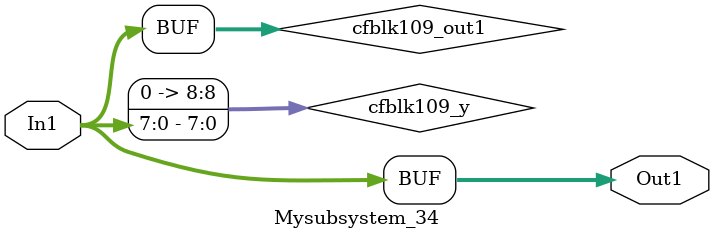
<source format=v>



`timescale 1 ns / 1 ns

module Mysubsystem_34
          (In1,
           Out1);


  input   [7:0] In1;  // ufix8_En7
  output  [7:0] Out1;  // ufix8_En7


  wire [8:0] cfblk109_y;  // ufix9_En7
  wire [7:0] cfblk109_out1;  // ufix8_En7


  assign cfblk109_y = {1'b0, In1};
  assign cfblk109_out1 = cfblk109_y[7:0];



  assign Out1 = cfblk109_out1;

endmodule  // Mysubsystem_34


</source>
